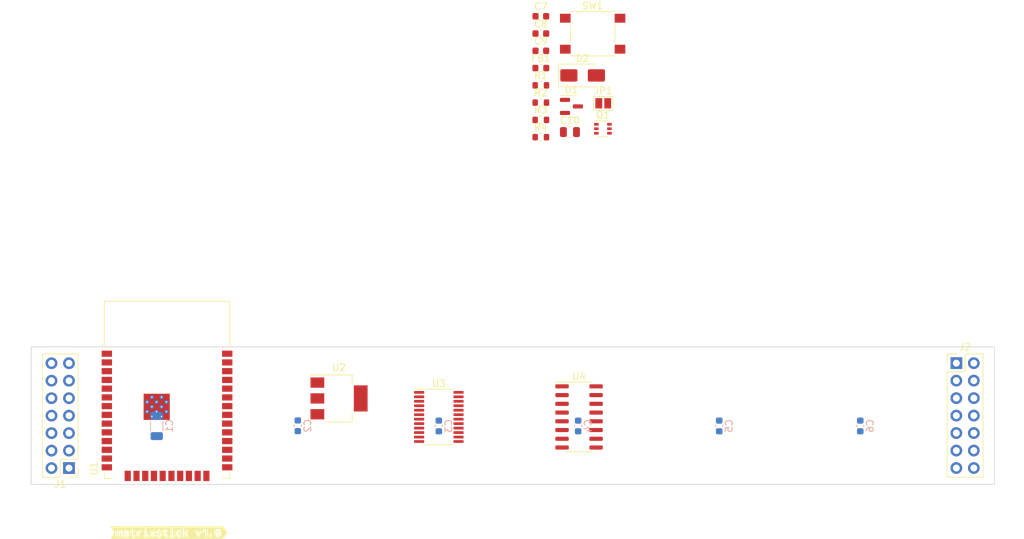
<source format=kicad_pcb>
(kicad_pcb (version 20221018) (generator pcbnew)
  (layers (0 "F.Cu" signal) (31 "B.Cu" signal) (34 "B.Paste" user) (35 "F.Paste" user) (36 "B.SilkS" user "B.Silkscreen") (37 "F.SilkS" user "F.Silkscreen") (38 "B.Mask" user) (39 "F.Mask" user) (44 "Edge.Cuts" user))
  (net 0 "")
  (net 1 "+3V3")
  (net 2 "GND")
  (net 3 "/EN")
  (net 4 "Net-(C7-Pad1)")
  (net 5 "+5V")
  (net 6 "Net-(U4-UD-)")
  (net 7 "Net-(U4-UD+)")
  (net 8 "/D0")
  (net 9 "/D1")
  (net 10 "/D2")
  (net 11 "/D3")
  (net 12 "/D4")
  (net 13 "/D5")
  (net 14 "/D6")
  (net 15 "/~{CLR}")
  (net 16 "/A0")
  (net 17 "/A1")
  (net 18 "/~{BL}")
  (net 19 "/~{WR1}")
  (net 20 "/~{WR2}")
  (net 21 "/~{WR3}")
  (net 22 "/~{WR4}")
  (net 23 "/~{WR5}")
  (net 24 "/~{WR6}")
  (net 25 "/IO0")
  (net 26 "Net-(Q1A-E1)")
  (net 27 "Net-(Q1A-B1)")
  (net 28 "Net-(U1-IO16)")
  (net 29 "Net-(J3-CC2)")
  (net 30 "Net-(J3-CC1)")
  (net 52 "/I2C_SDA")
  (net 54 "/I2C_SCL")
  (footprint "Inductor_SMD:L_0603_1608Metric" (layer "F.Cu") (at 144.075 49.99)
    (fp_text reference "FB1" (at 0 -1.43) (layer "F.SilkS"))
    (fp_text value "BLM18PG121SN1D")
    (fp_line (start -0.162779 -0.51) (end 0.162779 -0.51) (stroke (width 0.12)) (layer "F.SilkS"))
    (fp_line (start -0.162779 0.51) (end 0.162779 0.51) (stroke (width 0.12)) (layer "F.SilkS"))
    (pad "1" smd roundrect (at -0.7875 0) (size 0.875 0.95) (layers "F.Cu" "F.Paste" "F.Mask") (net 4 "Net-(C7-Pad1)"))
    (pad "2" smd roundrect (at 0.7875 0) (size 0.875 0.95) (layers "F.Cu" "F.Paste" "F.Mask") (net 5 "+5V"))
  )
  (footprint "Package_TO_SOT_SMD:SOT-363_SC-70-6" (layer "F.Cu") (at 153.095 58.81)
    (fp_text reference "Q1" (at 0 -2) (layer "F.SilkS"))
    (fp_text value "UMH3N")
    (fp_line (start -0.7 1.16) (end 0.7 1.16) (stroke (width 0.12)) (layer "F.SilkS"))
    (fp_line (start 0.7 -1.16) (end -1.2 -1.16) (stroke (width 0.12)) (layer "F.SilkS"))
    (pad "1" smd rect (at -0.95 -0.65) (size 0.65 0.4) (layers "F.Cu" "F.Paste" "F.Mask") (net 26 "Net-(Q1A-E1)"))
    (pad "2" smd rect (at -0.95 0) (size 0.65 0.4) (layers "F.Cu" "F.Paste" "F.Mask") (net 27 "Net-(Q1A-B1)"))
    (pad "3" smd rect (at -0.95 0.65) (size 0.65 0.4) (layers "F.Cu" "F.Paste" "F.Mask") (net 3 "/EN"))
    (pad "4" smd rect (at 0.95 0.65) (size 0.65 0.4) (layers "F.Cu" "F.Paste" "F.Mask") (net 27 "Net-(Q1A-B1)"))
    (pad "5" smd rect (at 0.95 0) (size 0.65 0.4) (layers "F.Cu" "F.Paste" "F.Mask") (net 26 "Net-(Q1A-E1)"))
    (pad "6" smd rect (at 0.95 -0.65) (size 0.65 0.4) (layers "F.Cu" "F.Paste" "F.Mask") (net 25 "/IO0"))
  )
  (footprint "Diode_SMD:D_SMA" (layer "F.Cu") (at 150.15 51.06)
    (fp_text reference "D2" (at 0 -2.5) (layer "F.SilkS"))
    (fp_text value "D_TVS")
    (fp_line (start -3.51 -1.65) (end -3.51 1.65) (stroke (width 0.12)) (layer "F.SilkS"))
    (fp_line (start -3.51 -1.65) (end 2 -1.65) (stroke (width 0.12)) (layer "F.SilkS"))
    (fp_line (start -3.51 1.65) (end 2 1.65) (stroke (width 0.12)) (layer "F.SilkS"))
    (pad "1" smd roundrect (at -2 0) (size 2.5 1.8) (layers "F.Cu" "F.Paste" "F.Mask") (roundrect_rratio 0.1388888889) (net 2 "GND"))
    (pad "2" smd roundrect (at 2 0) (size 2.5 1.8) (layers "F.Cu" "F.Paste" "F.Mask") (roundrect_rratio 0.1388888889) (net 5 "+5V"))
  )
  (footprint "Resistor_SMD:R_0603_1608Metric" (layer "F.Cu") (at 144.075 55.01)
    (fp_text reference "R2" (at 0 -1.43) (layer "F.SilkS"))
    (fp_text value "10K")
    (fp_line (start -0.237258 -0.5225) (end 0.237258 -0.5225) (stroke (width 0.12)) (layer "F.SilkS"))
    (fp_line (start -0.237258 0.5225) (end 0.237258 0.5225) (stroke (width 0.12)) (layer "F.SilkS"))
    (pad "1" smd roundrect (at -0.825 0) (size 0.8 0.95) (layers "F.Cu" "F.Paste" "F.Mask") (net 28 "Net-(U1-IO16)"))
    (pad "2" smd roundrect (at 0.825 0) (size 0.8 0.95) (layers "F.Cu" "F.Paste" "F.Mask") (net 1 "+3V3"))
  )
  (footprint "kibuzzard-668E653B" (layer "F.Cu") (at 90 117.5)
    (fp_text reference "kibuzzard-668E653B" hide)
    (fp_text value "G***" hide)
    (fp_poly (pts (xy 7.166769 0.415131) (xy 7.271544 0.403225) (xy 7.317581 0.365919) (xy 7.342981 0.280194) (xy 7.35965 0.165894) (xy 7.365206 0.023019) (xy 7.362031 -0.081756) (xy 7.012781 0.359569) (xy 7.060406 0.403225) (xy 7.166769 0.415131)) (fill solid) (layer "F.SilkS"))
    (fp_poly (pts (xy -6.211094 0.418306) (xy -6.088856 0.397669) (xy -6.027738 0.327819) (xy -6.013252 0.267891) (xy -6.006306 0.186531) (xy -6.163469 0.188119) (xy -6.2738 0.200819) (xy -6.328569 0.238125) (xy -6.344444 0.313531) (xy -6.316663 0.396081) (xy -6.211094 0.418306)) (fill solid) (layer "F.SilkS"))
    (fp_poly (pts (xy 6.976269 0.170656) (xy 7.331869 -0.278606) (xy 7.281863 -0.3429) (xy 7.165181 -0.359569) (xy 7.065169 -0.34925) (xy 7.019131 -0.312738) (xy 6.992144 -0.227806) (xy 6.976269 -0.119062) (xy 6.971506 -0.054173) (xy 6.969919 0.027781) (xy 6.971506 0.096838) (xy 6.976269 0.170656)) (fill solid) (layer "F.SilkS"))
    (fp_poly (pts (xy -7.563644 -0.91731) (xy -7.894373 -0.91731) (xy -8.505913 -0.91731) (xy -7.894373 0) (xy -8.505913 0.91731) (xy -7.894373 0.91731) (xy -7.563644 0.91731) (xy -6.676231 0.91731) (xy -6.676231 0.569119) (xy -6.860381 0.569119) (xy -6.860381 0.070644) (xy -6.864747 -0.017264) (xy -6.877844 -0.071438) (xy -6.941344 -0.108744) (xy -6.992938 -0.090487) (xy -7.019131 -0.029369) (xy -7.027069 0.092869) (xy -7.027069 0.569119) (xy -7.211219 0.569119) (xy -7.208044 0.070644) (xy -7.212013 -0.01528) (xy -7.227094 -0.06985) (xy -7.295356 -0.108744) (xy -7.34695 -0.089694) (xy -7.37235 -0.026194) (xy -7.379494 0.100806) (xy -7.379494 0.569119) (xy -7.563644 0.569119) (xy -7.563644 -0.259556) (xy -7.384256 -0.259556) (xy -7.384256 -0.157956) (xy -7.371556 -0.157956) (xy -7.307263 -0.254794) (xy -7.220744 -0.280194) (xy -7.104856 -0.252412) (xy -7.044531 -0.157956) (xy -7.042944 -0.157956) (xy -6.986588 -0.254794) (xy -6.879431 -0.280194) (xy -6.7564 -0.250825) (xy -6.694488 -0.153194) (xy -6.680795 -0.070247) (xy -6.676231 0.042069) (xy -6.676231 0.569119) (xy -6.676231 0.91731) (xy -6.244431 0.91731) (xy -6.244431 0.583406) (xy -6.347023 0.577652) (xy -6.423025 0.560387) (xy -6.511925 0.4826) (xy -6.53157 0.41652) (xy -6.538119 0.327819) (xy -6.528991 0.223639) (xy -6.501606 0.14605) (xy -6.452394 0.091083) (xy -6.377781 0.054769) (xy -6.272213 0.034528) (xy -6.130131 0.027781) (xy -6.004719 0.027781) (xy -6.004719 0.018256) (xy -6.039644 -0.089694) (xy -6.090047 -0.111125) (xy -6.171406 -0.118269) (xy -6.289675 -0.09525) (xy -6.317456 -0.007144) (xy -6.511131 -0.007144) (xy -6.507361 -0.102592) (xy -6.486525 -0.173037) (xy -6.446044 -0.222647) (xy -6.383338 -0.255587) (xy -6.293445 -0.274042) (xy -6.171406 -0.280194) (xy -6.04897 -0.273447) (xy -5.957888 -0.253206) (xy -5.893395 -0.217091) (xy -5.850731 -0.162719) (xy -5.826919 -0.085725) (xy -5.818981 0.018256) (xy -5.818981 0.569119) (xy -5.999956 0.569119) (xy -5.999956 0.470694) (xy -6.012656 0.470694) (xy -6.058297 0.525463) (xy -6.106319 0.559594) (xy -6.165453 0.577453) (xy -6.244431 0.583406) (xy -6.244431 0.91731) (xy -5.110956 0.91731) (xy -5.110956 0.586581) (xy -5.211366 0.579041) (xy -5.283994 0.556419) (xy -5.363369 0.466725) (xy -5.378847 0.39628) (xy -5.384006 0.304006) (xy -5.384006 -0.096044) (xy -5.588794 -0.096044) (xy -5.550694 -0.259556) (xy -5.377656 -0.259556) (xy -5.377656 -0.427831) (xy -5.193506 -0.505619) (xy -5.193506 -0.259556) (xy -4.883944 -0.259556) (xy -4.883944 -0.096044) (xy -5.193506 -0.096044) (xy -5.193506 0.297656) (xy -5.184775 0.372269) (xy -5.146675 0.407194) (xy -5.056981 0.418306) (xy -4.973241 0.413544) (xy -4.858544 0.399256) (xy -4.858544 0.565944) (xy -5.004197 0.581422) (xy -5.110956 0.586581) (xy -5.110956 0.91731) (xy -4.369594 0.91731) (xy -4.369594 0.569119) (xy -4.560094 0.569119) (xy -4.560094 -0.259556) (xy -4.385469 -0.259556) (xy -4.393406 -0.089694) (xy -4.375944 -0.089694) (xy -4.325541 -0.17145) (xy -4.291806 -0.219869) (xy -4.237831 -0.259556) (xy -4.133056 -0.267494) (xy -4.028281 -0.2667) (xy -3.929856 -0.264319) (xy -3.929856 -0.073819) (xy -4.026694 -0.075406) (xy -4.136231 -0.073422) (xy -4.217194 -0.067469) (xy -4.285456 -0.026194) (xy -4.345781 0.061913) (xy -4.369594 0.161131) (xy -4.369594 0.569119) (xy -4.369594 0.91731) (xy -2.910681 0.91731) (xy -2.910681 0.569119) (xy -3.642519 0.569119) (xy -3.642519 0.405606) (xy -3.366294 0.405606) (xy -3.366294 -0.096044) (xy -3.626644 -0.096044) (xy -3.626644 -0.259556) (xy -3.175794 -0.259556) (xy -3.175794 0.405606) (xy -3.169444 0.405606) (xy -3.169444 -0.362744) (xy -3.412331 -0.362744) (xy -3.412331 -0.586581) (xy -3.169444 -0.586581) (xy -3.169444 -0.362744) (xy -3.169444 0.405606) (xy -2.910681 0.405606) (xy -2.910681 0.569119) (xy -2.910681 0.91731) (xy -1.947069 0.91731) (xy -1.947069 0.569119) (xy -2.166144 0.569119) (xy -2.353469 0.296069) (xy -2.359819 0.296069) (xy -2.547144 0.569119) (xy -2.766219 0.569119) (xy -2.459831 0.146844) (xy -2.748756 -0.259556) (xy -2.536031 -0.259556) (xy -2.359819 0.011906) (xy -2.353469 0.011906) (xy -2.177256 -0.259556) (xy -1.964531 -0.259556) (xy -2.253456 0.146844) (xy -1.947069 0.569119) (xy -1.947069 0.91731) (xy -1.400969 0.91731) (xy -1.400969 0.583406) (xy -1.535708 0.577056) (xy -1.635125 0.558006) (xy -1.704777 0.523478) (xy -1.750219 0.470694) (xy -1.774428 0.396081) (xy -1.780381 0.296069) (xy -1.585119 0.296069) (xy -1.566069 0.371475) (xy -1.506538 0.408781) (xy -1.386681 0.419894) (xy -1.307703 0.41533) (xy -1.258094 0.401638) (xy -1.223169 0.334169) (xy -1.243013 0.280987) (xy -1.310481 0.243681) (xy -1.368028 0.227806) (xy -1.445419 0.211931) (xy -1.557933 0.18673) (xy -1.641475 0.15875) (xy -1.7399 0.084138) (xy -1.769269 -0.035719) (xy -1.761133 -0.121245) (xy -1.736725 -0.18415) (xy -1.692672 -0.228402) (xy -1.6256 -0.257969) (xy -1.530945 -0.274638) (xy -1.404144 -0.280194) (xy -1.280319 -0.274439) (xy -1.188244 -0.257175) (xy -1.123156 -0.226219) (xy -1.080294 -0.179387) (xy -1.056084 -0.112911) (xy -1.046956 -0.023019) (xy -1.237456 -0.023019) (xy -1.27635 -0.096837) (xy -1.326555 -0.11172) (xy -1.405731 -0.116681) (xy -1.488678 -0.112316) (xy -1.540669 -0.099219) (xy -1.577181 -0.034131) (xy -1.527175 0.011113) (xy -1.453555 0.03433) (xy -1.332706 0.064294) (xy -1.227138 0.09267) (xy -1.148556 0.123825) (xy -1.055688 0.205581) (xy -1.034852 0.261937) (xy -1.027906 0.332581) (xy -1.036241 0.419894) (xy -1.061244 0.484981) (xy -1.106289 0.531019) (xy -1.17475 0.561181) (xy -1.271389 0.57785) (xy -1.400969 0.583406) (xy -1.400969 0.91731) (xy -0.348456 0.91731) (xy -0.348456 0.586581) (xy -0.448866 0.579041) (xy -0.521494 0.556419) (xy -0.600869 0.466725) (xy -0.616347 0.39628) (xy -0.621506 0.304006) (xy -0.621506 -0.096044) (xy -0.826294 -0.096044) (xy -0.788194 -0.259556) (xy -0.615156 -0.259556) (xy -0.615156 -0.427831) (xy -0.431006 -0.505619) (xy -0.431006 -0.259556) (xy -0.121444 -0.259556) (xy -0.121444 -0.096044) (xy -0.431006 -0.096044) (xy -0.431006 0.297656) (xy -0.422275 0.372269) (xy -0.384175 0.407194) (xy -0.294481 0.418306) (xy -0.210741 0.413544) (xy -0.096044 0.399256) (xy -0.096044 0.565944) (xy -0.241697 0.581422) (xy -0.348456 0.586581) (xy -0.348456 0.91731) (xy 0.899319 0.91731) (xy 0.899319 0.569119) (xy 0.167481 0.569119) (xy 0.167481 0.405606) (xy 0.443706 0.405606) (xy 0.443706 -0.096044) (xy 0.183356 -0.096044) (xy 0.183356 -0.259556) (xy 0.634206 -0.259556) (xy 0.634206 0.405606) (xy 0.640556 0.405606) (xy 0.640556 -0.362744) (xy 0.397669 -0.362744) (xy 0.397669 -0.586581) (xy 0.640556 -0.586581) (xy 0.640556 -0.362744) (xy 0.640556 0.405606) (xy 0.899319 0.405606) (xy 0.899319 0.569119) (xy 0.899319 0.91731) (xy 1.481931 0.91731) (xy 1.481931 0.583406) (xy 1.342628 0.573881) (xy 1.239044 0.545306) (xy 1.16582 0.493911) (xy 1.1176 0.415925) (xy 1.097756 0.346516) (xy 1.08585 0.259997) (xy 1.081881 0.156369) (xy 1.08585 0.050712) (xy 1.097756 -0.037659) (xy 1.1176 -0.108744) (xy 1.165622 -0.188714) (xy 1.23825 -0.2413) (xy 1.340842 -0.27047) (xy 1.478756 -0.280194) (xy 1.599803 -0.273447) (xy 1.689894 -0.253206) (xy 1.753989 -0.216892) (xy 1.79705 -0.161925) (xy 1.822252 -0.084336) (xy 1.832769 0.019844) (xy 1.640681 0.019844) (xy 1.597025 -0.085725) (xy 1.488281 -0.113506) (xy 1.413867 -0.107355) (xy 1.3589 -0.0889) (xy 1.294606 -0.00635) (xy 1.280319 0.063698) (xy 1.275556 0.157956) (xy 1.280319 0.248047) (xy 1.294606 0.315119) (xy 1.359694 0.3937) (xy 1.415256 0.410964) (xy 1.489869 0.416719) (xy 1.595438 0.392112) (xy 1.642269 0.300831) (xy 1.832769 0.300831) (xy 1.822252 0.399256) (xy 1.79705 0.472281) (xy 1.754187 0.523875) (xy 1.690688 0.558006) (xy 1.601589 0.577056) (xy 1.481931 0.583406) (xy 1.481931 0.91731) (xy 2.240756 0.91731) (xy 2.240756 0.569119) (xy 2.050256 0.569119) (xy 2.050256 -0.586581) (xy 2.240756 -0.586581) (xy 2.240756 0.103981) (xy 2.591594 -0.259556) (xy 2.820194 -0.259556) (xy 2.456656 0.110331) (xy 2.856706 0.569119) (xy 2.613819 0.569119) (xy 2.240756 0.118269) (xy 2.240756 0.569119) (xy 2.240756 0.91731) (xy 4.404519 0.91731) (xy 4.404519 0.569119) (xy 4.217194 0.569119) (xy 3.875881 -0.259556) (xy 4.077494 -0.259556) (xy 4.304506 0.335756) (xy 4.317206 0.335756) (xy 4.544219 -0.259556) (xy 4.745831 -0.259556) (xy 4.404519 0.569119) (xy 4.404519 0.91731) (xy 5.461794 0.91731) (xy 5.461794 0.569119) (xy 5.264944 0.569119) (xy 5.264944 -0.189706) (xy 5.271294 -0.288131) (xy 5.209381 -0.237331) (xy 4.923631 -0.061119) (xy 4.923631 -0.270669) (xy 5.264944 -0.510381) (xy 5.461794 -0.510381) (xy 5.461794 0.569119) (xy 5.461794 0.91731) (xy 6.261894 0.91731) (xy 6.261894 0.569119) (xy 5.960269 0.569119) (xy 5.960269 0.278606) (xy 6.261894 0.278606) (xy 6.261894 0.569119) (xy 6.261894 0.91731) (xy 7.165181 0.91731) (xy 7.165181 0.583406) (xy 7.054453 0.578842) (xy 6.973094 0.56515) (xy 6.913364 0.538163) (xy 6.867525 0.493713) (xy 6.831608 0.426442) (xy 6.801644 0.330994) (xy 6.784887 0.239977) (xy 6.774833 0.138377) (xy 6.771481 0.026194) (xy 6.775185 -0.088988) (xy 6.786298 -0.191117) (xy 6.804819 -0.280194) (xy 6.834386 -0.371673) (xy 6.869113 -0.436562) (xy 6.913959 -0.480219) (xy 6.973888 -0.508) (xy 7.056239 -0.522883) (xy 7.168356 -0.527844) (xy 7.280275 -0.522883) (xy 7.362031 -0.508) (xy 7.421364 -0.480417) (xy 7.466013 -0.437356) (xy 7.500739 -0.373062) (xy 7.530306 -0.281781) (xy 7.548827 -0.189883) (xy 7.55994 -0.08352) (xy 7.563644 0.037306) (xy 7.561858 0.122238) (xy 7.5565 0.196056) (xy 7.546777 0.264716) (xy 7.531894 0.334169) (xy 7.501731 0.428228) (xy 7.465219 0.494506) (xy 7.418784 0.538361) (xy 7.358856 0.56515) (xy 7.2771 0.578842) (xy 7.165181 0.583406) (xy 7.165181 0.91731) (xy 7.563644 0.91731) (xy 7.894373 0.91731) (xy 8.505913 0) (xy 7.894373 -0.91731) (xy 7.563644 -0.91731) (xy -7.563644 -0.91731)) (fill solid) (layer "F.SilkS"))
  )
  (footprint "RF_Module:ESP32-WROOM-32D" (layer "F.Cu") (at 89.75 99.75)
    (fp_text reference "U1" (at -10.61 8.43 90) (layer "F.SilkS"))
    (fp_text value "ESP32-WROOM-32D")
    (fp_line (start -9.12 -15.86) (end -9.12 -9.445) (stroke (width 0.12)) (layer "F.SilkS"))
    (fp_line (start -9.12 -15.86) (end 9.12 -15.86) (stroke (width 0.12)) (layer "F.SilkS"))
    (fp_line (start -9.12 -9.445) (end -9.5 -9.445) (stroke (width 0.12)) (layer "F.SilkS"))
    (fp_line (start -9.12 9.1) (end -9.12 9.88) (stroke (width 0.12)) (layer "F.SilkS"))
    (fp_line (start -9.12 9.88) (end -8.12 9.88) (stroke (width 0.12)) (layer "F.SilkS"))
    (fp_line (start 9.12 -15.86) (end 9.12 -9.445) (stroke (width 0.12)) (layer "F.SilkS"))
    (fp_line (start 9.12 9.1) (end 9.12 9.88) (stroke (width 0.12)) (layer "F.SilkS"))
    (fp_line (start 9.12 9.88) (end 8.12 9.88) (stroke (width 0.12)) (layer "F.SilkS"))
    (pad "1" smd rect (at -8.75 -8.25) (size 1.5 0.9) (layers "F.Cu" "F.Paste" "F.Mask") (net 2 "GND"))
    (pad "2" smd rect (at -8.75 -6.98) (size 1.5 0.9) (layers "F.Cu" "F.Paste" "F.Mask") (net 1 "+3V3"))
    (pad "3" smd rect (at -8.75 -5.71) (size 1.5 0.9) (layers "F.Cu" "F.Paste" "F.Mask") (net 3 "/EN"))
    (pad "4" smd rect (at -8.75 -4.44) (size 1.5 0.9) (layers "F.Cu" "F.Paste" "F.Mask"))
    (pad "5" smd rect (at -8.75 -3.17) (size 1.5 0.9) (layers "F.Cu" "F.Paste" "F.Mask"))
    (pad "6" smd rect (at -8.75 -1.9) (size 1.5 0.9) (layers "F.Cu" "F.Paste" "F.Mask"))
    (pad "7" smd rect (at -8.75 -0.63) (size 1.5 0.9) (layers "F.Cu" "F.Paste" "F.Mask"))
    (pad "8" smd rect (at -8.75 0.64) (size 1.5 0.9) (layers "F.Cu" "F.Paste" "F.Mask"))
    (pad "9" smd rect (at -8.75 1.91) (size 1.5 0.9) (layers "F.Cu" "F.Paste" "F.Mask"))
    (pad "10" smd rect (at -8.75 3.18) (size 1.5 0.9) (layers "F.Cu" "F.Paste" "F.Mask"))
    (pad "11" smd rect (at -8.75 4.45) (size 1.5 0.9) (layers "F.Cu" "F.Paste" "F.Mask"))
    (pad "12" smd rect (at -8.75 5.72) (size 1.5 0.9) (layers "F.Cu" "F.Paste" "F.Mask"))
    (pad "13" smd rect (at -8.75 6.99) (size 1.5 0.9) (layers "F.Cu" "F.Paste" "F.Mask"))
    (pad "14" smd rect (at -8.75 8.26) (size 1.5 0.9) (layers "F.Cu" "F.Paste" "F.Mask"))
    (pad "15" smd rect (at -5.71 9.51 90) (size 1.5 0.9) (layers "F.Cu" "F.Paste" "F.Mask") (net 2 "GND"))
    (pad "16" smd rect (at -4.44 9.51 90) (size 1.5 0.9) (layers "F.Cu" "F.Paste" "F.Mask"))
    (pad "17" smd rect (at -3.17 9.51 90) (size 1.5 0.9) (layers "F.Cu" "F.Paste" "F.Mask"))
    (pad "18" smd rect (at -1.9 9.51 90) (size 1.5 0.9) (layers "F.Cu" "F.Paste" "F.Mask"))
    (pad "19" smd rect (at -0.63 9.51 90) (size 1.5 0.9) (layers "F.Cu" "F.Paste" "F.Mask"))
    (pad "20" smd rect (at 0.64 9.51 90) (size 1.5 0.9) (layers "F.Cu" "F.Paste" "F.Mask"))
    (pad "21" smd rect (at 1.91 9.51 90) (size 1.5 0.9) (layers "F.Cu" "F.Paste" "F.Mask"))
    (pad "22" smd rect (at 3.18 9.51 90) (size 1.5 0.9) (layers "F.Cu" "F.Paste" "F.Mask"))
    (pad "23" smd rect (at 4.45 9.51 90) (size 1.5 0.9) (layers "F.Cu" "F.Paste" "F.Mask"))
    (pad "24" smd rect (at 5.72 9.51 90) (size 1.5 0.9) (layers "F.Cu" "F.Paste" "F.Mask"))
    (pad "25" smd rect (at 8.75 8.26) (size 1.5 0.9) (layers "F.Cu" "F.Paste" "F.Mask") (net 25 "/IO0"))
    (pad "26" smd rect (at 8.75 6.99) (size 1.5 0.9) (layers "F.Cu" "F.Paste" "F.Mask"))
    (pad "27" smd rect (at 8.75 5.72) (size 1.5 0.9) (layers "F.Cu" "F.Paste" "F.Mask") (net 28 "Net-(U1-IO16)"))
    (pad "28" smd rect (at 8.75 4.45) (size 1.5 0.9) (layers "F.Cu" "F.Paste" "F.Mask") (net 52 "/I2C_SDA"))
    (pad "29" smd rect (at 8.75 3.18) (size 1.5 0.9) (layers "F.Cu" "F.Paste" "F.Mask"))
    (pad "30" smd rect (at 8.75 1.91) (size 1.5 0.9) (layers "F.Cu" "F.Paste" "F.Mask") (net 54 "/I2C_SCL"))
    (pad "31" smd rect (at 8.75 0.64) (size 1.5 0.9) (layers "F.Cu" "F.Paste" "F.Mask") (net 18 "/~{BL}"))
    (pad "32" smd rect (at 8.75 -0.63) (size 1.5 0.9) (layers "F.Cu" "F.Paste" "F.Mask"))
    (pad "33" smd rect (at 8.75 -1.9) (size 1.5 0.9) (layers "F.Cu" "F.Paste" "F.Mask"))
    (pad "34" smd rect (at 8.75 -3.17) (size 1.5 0.9) (layers "F.Cu" "F.Paste" "F.Mask"))
    (pad "35" smd rect (at 8.75 -4.44) (size 1.5 0.9) (layers "F.Cu" "F.Paste" "F.Mask"))
    (pad "36" smd rect (at 8.75 -5.71) (size 1.5 0.9) (layers "F.Cu" "F.Paste" "F.Mask"))
    (pad "37" smd rect (at 8.75 -6.98) (size 1.5 0.9) (layers "F.Cu" "F.Paste" "F.Mask"))
    (pad "38" smd rect (at 8.75 -8.25) (size 1.5 0.9) (layers "F.Cu" "F.Paste" "F.Mask") (net 2 "GND"))
    (pad "39" smd rect (at -2.9 -1.93) (size 0.9 0.9) (layers "F.Cu" "F.Paste") (net 2 "GND"))
    (pad "39" thru_hole circle (at -2.9 -1.23) (size 0.6 0.6) (drill 0.2) (property pad_prop_heatsink) (layers "*.Cu" "F.Mask") (net 2 "GND"))
    (pad "39" smd rect (at -2.9 -0.53) (size 0.9 0.9) (layers "F.Cu" "F.Paste") (net 2 "GND"))
    (pad "39" thru_hole circle (at -2.9 0.17) (size 0.6 0.6) (drill 0.2) (property pad_prop_heatsink) (layers "*.Cu" "F.Mask") (net 2 "GND"))
    (pad "39" smd rect (at -2.9 0.87) (size 0.9 0.9) (layers "F.Cu" "F.Paste") (net 2 "GND"))
    (pad "39" thru_hole circle (at -2.2 -1.93) (size 0.6 0.6) (drill 0.2) (property pad_prop_heatsink) (layers "*.Cu" "F.Mask") (net 2 "GND"))
    (pad "39" thru_hole circle (at -2.2 -0.53) (size 0.6 0.6) (drill 0.2) (property pad_prop_heatsink) (layers "*.Cu" "F.Mask") (net 2 "GND"))
    (pad "39" thru_hole circle (at -2.2 0.87) (size 0.6 0.6) (drill 0.2) (property pad_prop_heatsink) (layers "*.Cu" "F.Mask") (net 2 "GND"))
    (pad "39" thru_hole circle (at -1.525 -1.23) (size 0.6 0.6) (drill 0.2) (property pad_prop_heatsink) (layers "*.Cu" "F.Mask") (net 2 "GND"))
    (pad "39" thru_hole circle (at -1.525 0.17) (size 0.6 0.6) (drill 0.2) (property pad_prop_heatsink) (layers "*.Cu" "F.Mask") (net 2 "GND"))
    (pad "39" smd rect (at -1.5 -1.93) (size 0.9 0.9) (layers "F.Cu" "F.Paste") (net 2 "GND"))
    (pad "39" smd rect (at -1.5 -0.53) (size 0.9 0.9) (layers "F.Cu" "F.Paste") (net 2 "GND"))
    (pad "39" smd rect (at -1.5 -0.53) (size 3.8 3.8) (layers "F.Cu" "F.Mask") (net 2 "GND"))
    (pad "39" smd rect (at -1.5 0.87) (size 0.9 0.9) (layers "F.Cu" "F.Paste") (net 2 "GND"))
    (pad "39" thru_hole circle (at -0.8 -1.93) (size 0.6 0.6) (drill 0.2) (property pad_prop_heatsink) (layers "*.Cu" "F.Mask") (net 2 "GND"))
    (pad "39" thru_hole circle (at -0.8 -0.53) (size 0.6 0.6) (drill 0.2) (property pad_prop_heatsink) (layers "*.Cu" "F.Mask") (net 2 "GND"))
    (pad "39" thru_hole circle (at -0.8 0.87) (size 0.6 0.6) (drill 0.2) (property pad_prop_heatsink) (layers "*.Cu" "F.Mask") (net 2 "GND"))
    (pad "39" smd rect (at -0.1 -1.93) (size 0.9 0.9) (layers "F.Cu" "F.Paste") (net 2 "GND"))
    (pad "39" thru_hole circle (at -0.1 -1.23) (size 0.6 0.6) (drill 0.2) (property pad_prop_heatsink) (layers "*.Cu" "F.Mask") (net 2 "GND"))
    (pad "39" smd rect (at -0.1 -0.53) (size 0.9 0.9) (layers "F.Cu" "F.Paste") (net 2 "GND"))
    (pad "39" thru_hole circle (at -0.1 0.17) (size 0.6 0.6) (drill 0.2) (property pad_prop_heatsink) (layers "*.Cu" "F.Mask") (net 2 "GND"))
    (pad "39" smd rect (at -0.1 0.87) (size 0.9 0.9) (layers "F.Cu" "F.Paste") (net 2 "GND"))
  )
  (footprint "Package_TO_SOT_SMD:SOT-223-3_TabPin2" (layer "F.Cu") (at 114.75 98)
    (fp_text reference "U2" (at 0 -4.5) (layer "F.SilkS"))
    (fp_text value "LDL1117S33R")
    (fp_line (start -4.1 -3.41) (end 1.91 -3.41) (stroke (width 0.12)) (layer "F.SilkS"))
    (fp_line (start -1.85 3.41) (end 1.91 3.41) (stroke (width 0.12)) (layer "F.SilkS"))
    (fp_line (start 1.91 -3.41) (end 1.91 -2.15) (stroke (width 0.12)) (layer "F.SilkS"))
    (fp_line (start 1.91 3.41) (end 1.91 2.15) (stroke (width 0.12)) (layer "F.SilkS"))
    (pad "1" smd rect (at -3.15 -2.3) (size 2 1.5) (layers "F.Cu" "F.Paste" "F.Mask") (net 2 "GND"))
    (pad "2" smd rect (at -3.15 0) (size 2 1.5) (layers "F.Cu" "F.Paste" "F.Mask") (net 1 "+3V3"))
    (pad "2" smd rect (at 3.15 0) (size 2 3.8) (layers "F.Cu" "F.Paste" "F.Mask") (net 1 "+3V3"))
    (pad "3" smd rect (at -3.15 2.3) (size 2 1.5) (layers "F.Cu" "F.Paste" "F.Mask") (net 5 "+5V"))
  )
  (footprint "Package_SO:SOIC-16_3.9x9.9mm_P1.27mm" (layer "F.Cu") (at 149.63 100.69)
    (fp_text reference "U4" (at 0 -5.9) (layer "F.SilkS"))
    (fp_text value "CH340C")
    (fp_line (start 0 -5.06) (end -3.45 -5.06) (stroke (width 0.12)) (layer "F.SilkS"))
    (fp_line (start 0 -5.06) (end 1.95 -5.06) (stroke (width 0.12)) (layer "F.SilkS"))
    (fp_line (start 0 5.06) (end -1.95 5.06) (stroke (width 0.12)) (layer "F.SilkS"))
    (fp_line (start 0 5.06) (end 1.95 5.06) (stroke (width 0.12)) (layer "F.SilkS"))
    (pad "1" smd roundrect (at -2.475 -4.445) (size 1.95 0.6) (layers "F.Cu" "F.Paste" "F.Mask") (net 2 "GND"))
    (pad "2" smd roundrect (at -2.475 -3.175) (size 1.95 0.6) (layers "F.Cu" "F.Paste" "F.Mask"))
    (pad "3" smd roundrect (at -2.475 -1.905) (size 1.95 0.6) (layers "F.Cu" "F.Paste" "F.Mask"))
    (pad "4" smd roundrect (at -2.475 -0.635) (size 1.95 0.6) (layers "F.Cu" "F.Paste" "F.Mask") (net 1 "+3V3"))
    (pad "5" smd roundrect (at -2.475 0.635) (size 1.95 0.6) (layers "F.Cu" "F.Paste" "F.Mask") (net 7 "Net-(U4-UD+)"))
    (pad "6" smd roundrect (at -2.475 1.905) (size 1.95 0.6) (layers "F.Cu" "F.Paste" "F.Mask") (net 6 "Net-(U4-UD-)"))
    (pad "7" smd roundrect (at -2.475 3.175) (size 1.95 0.6) (layers "F.Cu" "F.Paste" "F.Mask"))
    (pad "8" smd roundrect (at -2.475 4.445) (size 1.95 0.6) (layers "F.Cu" "F.Paste" "F.Mask"))
    (pad "9" smd roundrect (at 2.475 4.445) (size 1.95 0.6) (layers "F.Cu" "F.Paste" "F.Mask"))
    (pad "10" smd roundrect (at 2.475 3.175) (size 1.95 0.6) (layers "F.Cu" "F.Paste" "F.Mask"))
    (pad "11" smd roundrect (at 2.475 1.905) (size 1.95 0.6) (layers "F.Cu" "F.Paste" "F.Mask"))
    (pad "12" smd roundrect (at 2.475 0.635) (size 1.95 0.6) (layers "F.Cu" "F.Paste" "F.Mask"))
    (pad "13" smd roundrect (at 2.475 -0.635) (size 1.95 0.6) (layers "F.Cu" "F.Paste" "F.Mask") (net 26 "Net-(Q1A-E1)"))
    (pad "14" smd roundrect (at 2.475 -1.905) (size 1.95 0.6) (layers "F.Cu" "F.Paste" "F.Mask") (net 27 "Net-(Q1A-B1)"))
    (pad "15" smd roundrect (at 2.475 -3.175) (size 1.95 0.6) (layers "F.Cu" "F.Paste" "F.Mask"))
    (pad "16" smd roundrect (at 2.475 -4.445) (size 1.95 0.6) (layers "F.Cu" "F.Paste" "F.Mask") (net 1 "+3V3"))
  )
  (footprint "Jumper:SolderJumper-2_P1.3mm_Open_Pad1.0x1.5mm" (layer "F.Cu") (at 153.145 55.11)
    (fp_text reference "JP1" (at 0 -1.8) (layer "F.SilkS"))
    (fp_text value "SolderJumper_2_Open")
    (fp_line (start -1.4 -1) (end 1.4 -1) (stroke (width 0.12)) (layer "F.SilkS"))
    (fp_line (start -1.4 1) (end -1.4 -1) (stroke (width 0.12)) (layer "F.SilkS"))
    (fp_line (start 1.4 -1) (end 1.4 1) (stroke (width 0.12)) (layer "F.SilkS"))
    (fp_line (start 1.4 1) (end -1.4 1) (stroke (width 0.12)) (layer "F.SilkS"))
    (pad "1" smd rect (at -0.65 0) (size 1 1.5) (layers "F.Cu" "F.Mask") (net 25 "/IO0"))
    (pad "2" smd rect (at 0.65 0) (size 1 1.5) (layers "F.Cu" "F.Mask") (net 2 "GND"))
  )
  (footprint "Capacitor_SMD:C_0603_1608Metric" (layer "F.Cu") (at 144.075 44.97)
    (fp_text reference "C8" (at 0 -1.43) (layer "F.SilkS"))
    (fp_text value "0.1uF")
    (fp_line (start -0.14058 -0.51) (end 0.14058 -0.51) (stroke (width 0.12)) (layer "F.SilkS"))
    (fp_line (start -0.14058 0.51) (end 0.14058 0.51) (stroke (width 0.12)) (layer "F.SilkS"))
    (pad "1" smd roundrect (at -0.775 0) (size 0.9 0.95) (layers "F.Cu" "F.Paste" "F.Mask") (net 5 "+5V"))
    (pad "2" smd roundrect (at 0.775 0) (size 0.9 0.95) (layers "F.Cu" "F.Paste" "F.Mask") (net 2 "GND"))
  )
  (footprint "Capacitor_SMD:C_0603_1608Metric" (layer "F.Cu") (at 144.075 47.48)
    (fp_text reference "C9" (at 0 -1.43) (layer "F.SilkS"))
    (fp_text value "1uF")
    (fp_line (start -0.14058 -0.51) (end 0.14058 -0.51) (stroke (width 0.12)) (layer "F.SilkS"))
    (fp_line (start -0.14058 0.51) (end 0.14058 0.51) (stroke (width 0.12)) (layer "F.SilkS"))
    (pad "1" smd roundrect (at -0.775 0) (size 0.9 0.95) (layers "F.Cu" "F.Paste" "F.Mask") (net 5 "+5V"))
    (pad "2" smd roundrect (at 0.775 0) (size 0.9 0.95) (layers "F.Cu" "F.Paste" "F.Mask") (net 2 "GND"))
  )
  (footprint "Resistor_SMD:R_0603_1608Metric" (layer "F.Cu") (at 144.075 57.52)
    (fp_text reference "R3" (at 0 -1.43) (layer "F.SilkS"))
    (fp_text value "5K1")
    (fp_line (start -0.237258 -0.5225) (end 0.237258 -0.5225) (stroke (width 0.12)) (layer "F.SilkS"))
    (fp_line (start -0.237258 0.5225) (end 0.237258 0.5225) (stroke (width 0.12)) (layer "F.SilkS"))
    (pad "1" smd roundrect (at -0.825 0) (size 0.8 0.95) (layers "F.Cu" "F.Paste" "F.Mask") (net 29 "Net-(J3-CC2)"))
    (pad "2" smd roundrect (at 0.825 0) (size 0.8 0.95) (layers "F.Cu" "F.Paste" "F.Mask") (net 2 "GND"))
  )
  (footprint "Package_SO:TSSOP-24_4.4x7.8mm_P0.65mm" (layer "F.Cu") (at 129.25 100.69)
    (fp_text reference "U3" (at 0 -4.85) (layer "F.SilkS"))
    (fp_text value "TCA9535PWR")
    (fp_line (start 0 -4.035) (end -3.6 -4.035) (stroke (width 0.12)) (layer "F.SilkS"))
    (fp_line (start 0 -4.035) (end 2.2 -4.035) (stroke (width 0.12)) (layer "F.SilkS"))
    (fp_line (start 0 4.035) (end -2.2 4.035) (stroke (width 0.12)) (layer "F.SilkS"))
    (fp_line (start 0 4.035) (end 2.2 4.035) (stroke (width 0.12)) (layer "F.SilkS"))
    (pad "1" smd roundrect (at -2.8625 -3.575) (size 1.475 0.4) (layers "F.Cu" "F.Paste" "F.Mask"))
    (pad "2" smd roundrect (at -2.8625 -2.925) (size 1.475 0.4) (layers "F.Cu" "F.Paste" "F.Mask") (net 2 "GND"))
    (pad "3" smd roundrect (at -2.8625 -2.275) (size 1.475 0.4) (layers "F.Cu" "F.Paste" "F.Mask") (net 2 "GND"))
    (pad "4" smd roundrect (at -2.8625 -1.625) (size 1.475 0.4) (layers "F.Cu" "F.Paste" "F.Mask") (net 8 "/D0"))
    (pad "5" smd roundrect (at -2.8625 -0.975) (size 1.475 0.4) (layers "F.Cu" "F.Paste" "F.Mask") (net 9 "/D1"))
    (pad "6" smd roundrect (at -2.8625 -0.325) (size 1.475 0.4) (layers "F.Cu" "F.Paste" "F.Mask") (net 10 "/D2"))
    (pad "7" smd roundrect (at -2.8625 0.325) (size 1.475 0.4) (layers "F.Cu" "F.Paste" "F.Mask") (net 11 "/D3"))
    (pad "8" smd roundrect (at -2.8625 0.975) (size 1.475 0.4) (layers "F.Cu" "F.Paste" "F.Mask") (net 12 "/D4"))
    (pad "9" smd roundrect (at -2.8625 1.625) (size 1.475 0.4) (layers "F.Cu" "F.Paste" "F.Mask") (net 13 "/D5"))
    (pad "10" smd roundrect (at -2.8625 2.275) (size 1.475 0.4) (layers "F.Cu" "F.Paste" "F.Mask") (net 14 "/D6"))
    (pad "11" smd roundrect (at -2.8625 2.925) (size 1.475 0.4) (layers "F.Cu" "F.Paste" "F.Mask") (net 15 "/~{CLR}"))
    (pad "12" smd roundrect (at -2.8625 3.575) (size 1.475 0.4) (layers "F.Cu" "F.Paste" "F.Mask") (net 2 "GND"))
    (pad "13" smd roundrect (at 2.8625 3.575) (size 1.475 0.4) (layers "F.Cu" "F.Paste" "F.Mask") (net 16 "/A0"))
    (pad "14" smd roundrect (at 2.8625 2.925) (size 1.475 0.4) (layers "F.Cu" "F.Paste" "F.Mask") (net 17 "/A1"))
    (pad "15" smd roundrect (at 2.8625 2.275) (size 1.475 0.4) (layers "F.Cu" "F.Paste" "F.Mask") (net 19 "/~{WR1}"))
    (pad "16" smd roundrect (at 2.8625 1.625) (size 1.475 0.4) (layers "F.Cu" "F.Paste" "F.Mask") (net 20 "/~{WR2}"))
    (pad "17" smd roundrect (at 2.8625 0.975) (size 1.475 0.4) (layers "F.Cu" "F.Paste" "F.Mask") (net 21 "/~{WR3}"))
    (pad "18" smd roundrect (at 2.8625 0.325) (size 1.475 0.4) (layers "F.Cu" "F.Paste" "F.Mask") (net 22 "/~{WR4}"))
    (pad "19" smd roundrect (at 2.8625 -0.325) (size 1.475 0.4) (layers "F.Cu" "F.Paste" "F.Mask") (net 23 "/~{WR5}"))
    (pad "20" smd roundrect (at 2.8625 -0.975) (size 1.475 0.4) (layers "F.Cu" "F.Paste" "F.Mask") (net 24 "/~{WR6}"))
    (pad "21" smd roundrect (at 2.8625 -1.625) (size 1.475 0.4) (layers "F.Cu" "F.Paste" "F.Mask") (net 2 "GND"))
    (pad "22" smd roundrect (at 2.8625 -2.275) (size 1.475 0.4) (layers "F.Cu" "F.Paste" "F.Mask") (net 54 "/I2C_SCL"))
    (pad "23" smd roundrect (at 2.8625 -2.925) (size 1.475 0.4) (layers "F.Cu" "F.Paste" "F.Mask") (net 52 "/I2C_SDA"))
    (pad "24" smd roundrect (at 2.8625 -3.575) (size 1.475 0.4) (layers "F.Cu" "F.Paste" "F.Mask") (net 1 "+3V3"))
  )
  (footprint "Capacitor_SMD:C_0603_1608Metric" (layer "F.Cu") (at 144.075 42.46)
    (fp_text reference "C7" (at 0 -1.43) (layer "F.SilkS"))
    (fp_text value "10nF")
    (fp_line (start -0.14058 -0.51) (end 0.14058 -0.51) (stroke (width 0.12)) (layer "F.SilkS"))
    (fp_line (start -0.14058 0.51) (end 0.14058 0.51) (stroke (width 0.12)) (layer "F.SilkS"))
    (pad "1" smd roundrect (at -0.775 0) (size 0.9 0.95) (layers "F.Cu" "F.Paste" "F.Mask") (net 4 "Net-(C7-Pad1)"))
    (pad "2" smd roundrect (at 0.775 0) (size 0.9 0.95) (layers "F.Cu" "F.Paste" "F.Mask") (net 2 "GND"))
  )
  (footprint "Resistor_SMD:R_0603_1608Metric" (layer "F.Cu") (at 144.075 60.03)
    (fp_text reference "R4" (at 0 -1.43) (layer "F.SilkS"))
    (fp_text value "5K1")
    (fp_line (start -0.237258 -0.5225) (end 0.237258 -0.5225) (stroke (width 0.12)) (layer "F.SilkS"))
    (fp_line (start -0.237258 0.5225) (end 0.237258 0.5225) (stroke (width 0.12)) (layer "F.SilkS"))
    (pad "1" smd roundrect (at -0.825 0) (size 0.8 0.95) (layers "F.Cu" "F.Paste" "F.Mask") (net 30 "Net-(J3-CC1)"))
    (pad "2" smd roundrect (at 0.825 0) (size 0.8 0.95) (layers "F.Cu" "F.Paste" "F.Mask") (net 2 "GND"))
  )
  (footprint "Button_Switch_SMD:SW_Push_1P1T_NO_6x6mm_H9.5mm" (layer "F.Cu") (at 151.605 44.995)
    (fp_text reference "SW1" (at 0 -4.05) (layer "F.SilkS"))
    (fp_text value "SW_Push")
    (fp_line (start -3.23 -3.23) (end 3.23 -3.23) (stroke (width 0.12)) (layer "F.SilkS"))
    (fp_line (start -3.23 -3.2) (end -3.23 -3.23) (stroke (width 0.12)) (layer "F.SilkS"))
    (fp_line (start -3.23 -1.3) (end -3.23 1.3) (stroke (width 0.12)) (layer "F.SilkS"))
    (fp_line (start -3.23 3.23) (end -3.23 3.2) (stroke (width 0.12)) (layer "F.SilkS"))
    (fp_line (start -3.23 3.23) (end 3.23 3.23) (stroke (width 0.12)) (layer "F.SilkS"))
    (fp_line (start 3.23 -3.23) (end 3.23 -3.2) (stroke (width 0.12)) (layer "F.SilkS"))
    (fp_line (start 3.23 -1.3) (end 3.23 1.3) (stroke (width 0.12)) (layer "F.SilkS"))
    (fp_line (start 3.23 3.23) (end 3.23 3.2) (stroke (width 0.12)) (layer "F.SilkS"))
    (pad "1" smd rect (at -3.975 -2.25) (size 1.55 1.3) (layers "F.Cu" "F.Paste" "F.Mask") (net 2 "GND"))
    (pad "1" smd rect (at 3.975 -2.25) (size 1.55 1.3) (layers "F.Cu" "F.Paste" "F.Mask") (net 2 "GND"))
    (pad "2" smd rect (at -3.975 2.25) (size 1.55 1.3) (layers "F.Cu" "F.Paste" "F.Mask") (net 3 "/EN"))
    (pad "2" smd rect (at 3.975 2.25) (size 1.55 1.3) (layers "F.Cu" "F.Paste" "F.Mask") (net 3 "/EN"))
  )
  (footprint "Capacitor_SMD:C_0805_2012Metric" (layer "F.Cu") (at 148.305 59.29)
    (fp_text reference "C10" (at 0 -1.68) (layer "F.SilkS"))
    (fp_text value "4.7uF")
    (fp_line (start -0.261252 -0.735) (end 0.261252 -0.735) (stroke (width 0.12)) (layer "F.SilkS"))
    (fp_line (start -0.261252 0.735) (end 0.261252 0.735) (stroke (width 0.12)) (layer "F.SilkS"))
    (pad "1" smd roundrect (at -0.95 0) (size 1 1.45) (layers "F.Cu" "F.Paste" "F.Mask") (net 1 "+3V3"))
    (pad "2" smd roundrect (at 0.95 0) (size 1 1.45) (layers "F.Cu" "F.Paste" "F.Mask") (net 2 "GND"))
  )
  (footprint "Package_TO_SOT_SMD:SOT-23" (layer "F.Cu") (at 148.525 55.56)
    (fp_text reference "D1" (at 0 -2.4) (layer "F.SilkS"))
    (fp_text value "PESD2USB3UV-TR")
    (fp_line (start 0 -1.56) (end -1.675 -1.56) (stroke (width 0.12)) (layer "F.SilkS"))
    (fp_line (start 0 -1.56) (end 0.65 -1.56) (stroke (width 0.12)) (layer "F.SilkS"))
    (fp_line (start 0 1.56) (end -0.65 1.56) (stroke (width 0.12)) (layer "F.SilkS"))
    (fp_line (start 0 1.56) (end 0.65 1.56) (stroke (width 0.12)) (layer "F.SilkS"))
    (pad "1" smd roundrect (at -0.9375 -0.95) (size 1.475 0.6) (layers "F.Cu" "F.Paste" "F.Mask") (net 6 "Net-(U4-UD-)"))
    (pad "2" smd roundrect (at -0.9375 0.95) (size 1.475 0.6) (layers "F.Cu" "F.Paste" "F.Mask") (net 7 "Net-(U4-UD+)"))
    (pad "3" smd roundrect (at 0.9375 0) (size 1.475 0.6) (layers "F.Cu" "F.Paste" "F.Mask") (net 2 "GND"))
  )
  (footprint "Resistor_SMD:R_0603_1608Metric" (layer "F.Cu") (at 144.075 52.5)
    (fp_text reference "R1" (at 0 -1.43) (layer "F.SilkS"))
    (fp_text value "10K")
    (fp_line (start -0.237258 -0.5225) (end 0.237258 -0.5225) (stroke (width 0.12)) (layer "F.SilkS"))
    (fp_line (start -0.237258 0.5225) (end 0.237258 0.5225) (stroke (width 0.12)) (layer "F.SilkS"))
    (pad "1" smd roundrect (at -0.825 0) (size 0.8 0.95) (layers "F.Cu" "F.Paste" "F.Mask") (net 1 "+3V3"))
    (pad "2" smd roundrect (at 0.825 0) (size 0.8 0.95) (layers "F.Cu" "F.Paste" "F.Mask") (net 3 "/EN"))
  )
  (footprint "Connector_PinHeader_2.54mm:PinHeader_2x07_P2.54mm_Vertical" (layer "F.Cu") (at 204.46 92.875)
    (fp_text reference "J2" (at 1.27 -2.33) (layer "F.SilkS"))
    (fp_text value "Conn_02x07_Odd_Even")
    (fp_line (start -1.33 -1.33) (end 0 -1.33) (stroke (width 0.12)) (layer "F.SilkS"))
    (fp_line (start -1.33 0) (end -1.33 -1.33) (stroke (width 0.12)) (layer "F.SilkS"))
    (fp_line (start -1.33 1.27) (end -1.33 16.57) (stroke (width 0.12)) (layer "F.SilkS"))
    (fp_line (start -1.33 1.27) (end 1.27 1.27) (stroke (width 0.12)) (layer "F.SilkS"))
    (fp_line (start -1.33 16.57) (end 3.87 16.57) (stroke (width 0.12)) (layer "F.SilkS"))
    (fp_line (start 1.27 -1.33) (end 3.87 -1.33) (stroke (width 0.12)) (layer "F.SilkS"))
    (fp_line (start 1.27 1.27) (end 1.27 -1.33) (stroke (width 0.12)) (layer "F.SilkS"))
    (fp_line (start 3.87 -1.33) (end 3.87 16.57) (stroke (width 0.12)) (layer "F.SilkS"))
    (pad "1" thru_hole rect locked (at 0 0) (size 1.7 1.7) (drill 1) (layers "*.Cu" "*.Mask") (net 19 "/~{WR1}"))
    (pad "2" thru_hole oval locked (at 2.54 0) (size 1.7 1.7) (drill 1) (layers "*.Cu" "*.Mask") (net 5 "+5V"))
    (pad "3" thru_hole oval locked (at 0 2.54) (size 1.7 1.7) (drill 1) (layers "*.Cu" "*.Mask") (net 20 "/~{WR2}"))
    (pad "4" thru_hole oval locked (at 2.54 2.54) (size 1.7 1.7) (drill 1) (layers "*.Cu" "*.Mask") (net 5 "+5V"))
    (pad "5" thru_hole oval locked (at 0 5.08) (size 1.7 1.7) (drill 1) (layers "*.Cu" "*.Mask") (net 21 "/~{WR3}"))
    (pad "6" thru_hole oval locked (at 2.54 5.08) (size 1.7 1.7) (drill 1) (layers "*.Cu" "*.Mask") (net 5 "+5V"))
    (pad "7" thru_hole oval locked (at 0 7.62) (size 1.7 1.7) (drill 1) (layers "*.Cu" "*.Mask") (net 22 "/~{WR4}"))
    (pad "8" thru_hole oval locked (at 2.54 7.62) (size 1.7 1.7) (drill 1) (layers "*.Cu" "*.Mask") (net 2 "GND"))
    (pad "9" thru_hole oval locked (at 0 10.16) (size 1.7 1.7) (drill 1) (layers "*.Cu" "*.Mask") (net 23 "/~{WR5}"))
    (pad "10" thru_hole oval locked (at 2.54 10.16) (size 1.7 1.7) (drill 1) (layers "*.Cu" "*.Mask") (net 2 "GND"))
    (pad "11" thru_hole oval locked (at 0 12.7) (size 1.7 1.7) (drill 1) (layers "*.Cu" "*.Mask") (net 24 "/~{WR6}"))
    (pad "12" thru_hole oval locked (at 2.54 12.7) (size 1.7 1.7) (drill 1) (layers "*.Cu" "*.Mask") (net 2 "GND"))
    (pad "13" thru_hole oval locked (at 0 15.24) (size 1.7 1.7) (drill 1) (layers "*.Cu" "*.Mask") (net 2 "GND"))
    (pad "14" thru_hole oval locked (at 2.54 15.24) (size 1.7 1.7) (drill 1) (layers "*.Cu" "*.Mask") (net 2 "GND"))
  )
  (footprint "Connector_PinHeader_2.54mm:PinHeader_2x07_P2.54mm_Vertical" (layer "F.Cu") (at 75.5 108.125 180)
    (fp_text reference "J1" (at 1.27 -2.33) (layer "F.SilkS"))
    (fp_text value "Conn_02x07_Odd_Even")
    (fp_line (start -1.33 -1.33) (end 0 -1.33) (stroke (width 0.12)) (layer "F.SilkS"))
    (fp_line (start -1.33 0) (end -1.33 -1.33) (stroke (width 0.12)) (layer "F.SilkS"))
    (fp_line (start -1.33 1.27) (end -1.33 16.57) (stroke (width 0.12)) (layer "F.SilkS"))
    (fp_line (start -1.33 1.27) (end 1.27 1.27) (stroke (width 0.12)) (layer "F.SilkS"))
    (fp_line (start -1.33 16.57) (end 3.87 16.57) (stroke (width 0.12)) (layer "F.SilkS"))
    (fp_line (start 1.27 -1.33) (end 3.87 -1.33) (stroke (width 0.12)) (layer "F.SilkS"))
    (fp_line (start 1.27 1.27) (end 1.27 -1.33) (stroke (width 0.12)) (layer "F.SilkS"))
    (fp_line (start 3.87 -1.33) (end 3.87 16.57) (stroke (width 0.12)) (layer "F.SilkS"))
    (pad "1" thru_hole rect locked (at 0 0 180) (size 1.7 1.7) (drill 1) (layers "*.Cu" "*.Mask") (net 8 "/D0"))
    (pad "2" thru_hole oval locked (at 2.54 0 180) (size 1.7 1.7) (drill 1) (layers "*.Cu" "*.Mask") (net 9 "/D1"))
    (pad "3" thru_hole oval locked (at 0 2.54 180) (size 1.7 1.7) (drill 1) (layers "*.Cu" "*.Mask") (net 10 "/D2"))
    (pad "4" thru_hole oval locked (at 2.54 2.54 180) (size 1.7 1.7) (drill 1) (layers "*.Cu" "*.Mask") (net 11 "/D3"))
    (pad "5" thru_hole oval locked (at 0 5.08 180) (size 1.7 1.7) (drill 1) (layers "*.Cu" "*.Mask") (net 12 "/D4"))
    (pad "6" thru_hole oval locked (at 2.54 5.08 180) (size 1.7 1.7) (drill 1) (layers "*.Cu" "*.Mask") (net 13 "/D5"))
    (pad "7" thru_hole oval locked (at 0 7.62 180) (size 1.7 1.7) (drill 1) (layers "*.Cu" "*.Mask") (net 14 "/D6"))
    (pad "8" thru_hole oval locked (at 2.54 7.62 180) (size 1.7 1.7) (drill 1) (layers "*.Cu" "*.Mask") (net 15 "/~{CLR}"))
    (pad "9" thru_hole oval locked (at 0 10.16 180) (size 1.7 1.7) (drill 1) (layers "*.Cu" "*.Mask") (net 16 "/A0"))
    (pad "10" thru_hole oval locked (at 2.54 10.16 180) (size 1.7 1.7) (drill 1) (layers "*.Cu" "*.Mask") (net 17 "/A1"))
    (pad "11" thru_hole oval locked (at 0 12.7 180) (size 1.7 1.7) (drill 1) (layers "*.Cu" "*.Mask") (net 18 "/~{BL}"))
    (pad "12" thru_hole oval locked (at 2.54 12.7 180) (size 1.7 1.7) (drill 1) (layers "*.Cu" "*.Mask") (net 5 "+5V"))
    (pad "13" thru_hole oval locked (at 0 15.24 180) (size 1.7 1.7) (drill 1) (layers "*.Cu" "*.Mask") (net 2 "GND"))
    (pad "14" thru_hole oval locked (at 2.54 15.24 180) (size 1.7 1.7) (drill 1) (layers "*.Cu" "*.Mask") (net 2 "GND"))
  )
  (footprint "Capacitor_SMD:C_0603_1608Metric" (layer "B.Cu") (at 129.25 102 90)
    (fp_text reference "C3" (at 0 1.43 90) (layer "B.SilkS") (effects (justify mirror)))
    (fp_text value "1uF")
    (fp_line (start -0.14058 -0.51) (end 0.14058 -0.51) (stroke (width 0.12)) (layer "B.SilkS"))
    (fp_line (start -0.14058 0.51) (end 0.14058 0.51) (stroke (width 0.12)) (layer "B.SilkS"))
    (pad "1" smd roundrect (at -0.775 0 90) (size 0.9 0.95) (layers "B.Cu" "B.Paste" "B.Mask") (net 3 "/EN"))
    (pad "2" smd roundrect (at 0.775 0 90) (size 0.9 0.95) (layers "B.Cu" "B.Paste" "B.Mask") (net 2 "GND"))
  )
  (footprint "Capacitor_SMD:C_1206_3216Metric" (layer "B.Cu") (at 88.25 102 90)
    (fp_text reference "C1" (at 0 1.85 270) (layer "B.SilkS") (effects (justify mirror)))
    (fp_text value "22uF")
    (fp_line (start -0.711252 -0.91) (end 0.711252 -0.91) (stroke (width 0.12)) (layer "B.SilkS"))
    (fp_line (start -0.711252 0.91) (end 0.711252 0.91) (stroke (width 0.12)) (layer "B.SilkS"))
    (pad "1" smd roundrect (at -1.475 0 90) (size 1.15 1.8) (layers "B.Cu" "B.Paste" "B.Mask") (roundrect_rratio 0.217391) (net 1 "+3V3"))
    (pad "2" smd roundrect (at 1.475 0 90) (size 1.15 1.8) (layers "B.Cu" "B.Paste" "B.Mask") (roundrect_rratio 0.217391) (net 2 "GND"))
  )
  (footprint "Capacitor_SMD:C_0603_1608Metric" (layer "B.Cu") (at 108.75 101.975 90)
    (fp_text reference "C2" (at 0 1.43 90) (layer "B.SilkS") (effects (justify mirror)))
    (fp_text value "0.1uF")
    (fp_line (start -0.14058 -0.51) (end 0.14058 -0.51) (stroke (width 0.12)) (layer "B.SilkS"))
    (fp_line (start -0.14058 0.51) (end 0.14058 0.51) (stroke (width 0.12)) (layer "B.SilkS"))
    (pad "1" smd roundrect (at -0.775 0 90) (size 0.9 0.95) (layers "B.Cu" "B.Paste" "B.Mask") (net 1 "+3V3"))
    (pad "2" smd roundrect (at 0.775 0 90) (size 0.9 0.95) (layers "B.Cu" "B.Paste" "B.Mask") (net 2 "GND"))
  )
  (footprint "Capacitor_SMD:C_0603_1608Metric" (layer "B.Cu") (at 170 102 90)
    (fp_text reference "C5" (at 0 1.43 90) (layer "B.SilkS") (effects (justify mirror)))
    (fp_text value "1uF")
    (fp_line (start -0.14058 -0.51) (end 0.14058 -0.51) (stroke (width 0.12)) (layer "B.SilkS"))
    (fp_line (start -0.14058 0.51) (end 0.14058 0.51) (stroke (width 0.12)) (layer "B.SilkS"))
    (pad "1" smd roundrect (at -0.775 0 90) (size 0.9 0.95) (layers "B.Cu" "B.Paste" "B.Mask") (net 1 "+3V3"))
    (pad "2" smd roundrect (at 0.775 0 90) (size 0.9 0.95) (layers "B.Cu" "B.Paste" "B.Mask") (net 2 "GND"))
  )
  (footprint "Capacitor_SMD:C_0603_1608Metric" (layer "B.Cu") (at 190.5 102 90)
    (fp_text reference "C6" (at 0 1.43 90) (layer "B.SilkS") (effects (justify mirror)))
    (fp_text value "1uF")
    (fp_line (start -0.14058 -0.51) (end 0.14058 -0.51) (stroke (width 0.12)) (layer "B.SilkS"))
    (fp_line (start -0.14058 0.51) (end 0.14058 0.51) (stroke (width 0.12)) (layer "B.SilkS"))
    (pad "1" smd roundrect (at -0.775 0 90) (size 0.9 0.95) (layers "B.Cu" "B.Paste" "B.Mask") (net 1 "+3V3"))
    (pad "2" smd roundrect (at 0.775 0 90) (size 0.9 0.95) (layers "B.Cu" "B.Paste" "B.Mask") (net 2 "GND"))
  )
  (footprint "Capacitor_SMD:C_0603_1608Metric" (layer "B.Cu") (at 149.5 102 90)
    (fp_text reference "C4" (at 0 1.43 90) (layer "B.SilkS") (effects (justify mirror)))
    (fp_text value "0.1uF")
    (fp_line (start -0.14058 -0.51) (end 0.14058 -0.51) (stroke (width 0.12)) (layer "B.SilkS"))
    (fp_line (start -0.14058 0.51) (end 0.14058 0.51) (stroke (width 0.12)) (layer "B.SilkS"))
    (pad "1" smd roundrect (at -0.775 0 90) (size 0.9 0.95) (layers "B.Cu" "B.Paste" "B.Mask") (net 3 "/EN"))
    (pad "2" smd roundrect (at 0.775 0 90) (size 0.9 0.95) (layers "B.Cu" "B.Paste" "B.Mask") (net 2 "GND"))
  )
  (gr_rect locked (start 70 90.5) (end 210 110.5) (stroke (width 0.1)) (fill none) (layer "Edge.Cuts"))
)
</source>
